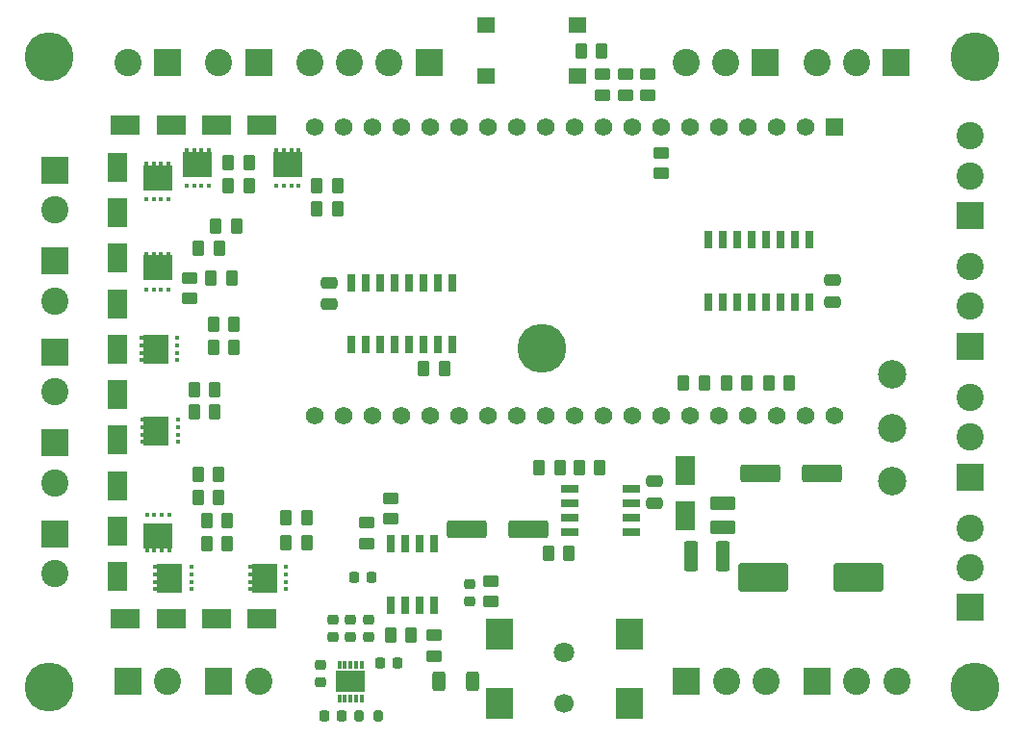
<source format=gts>
G04 #@! TF.GenerationSoftware,KiCad,Pcbnew,(6.0.2)*
G04 #@! TF.CreationDate,2023-09-26T16:39:09+02:00*
G04 #@! TF.ProjectId,PCB_Layout_MOSFET,5043425f-4c61-4796-9f75-745f4d4f5346,rev?*
G04 #@! TF.SameCoordinates,Original*
G04 #@! TF.FileFunction,Soldermask,Top*
G04 #@! TF.FilePolarity,Negative*
%FSLAX46Y46*%
G04 Gerber Fmt 4.6, Leading zero omitted, Abs format (unit mm)*
G04 Created by KiCad (PCBNEW (6.0.2)) date 2023-09-26 16:39:09*
%MOMM*%
%LPD*%
G01*
G04 APERTURE LIST*
G04 Aperture macros list*
%AMRoundRect*
0 Rectangle with rounded corners*
0 $1 Rounding radius*
0 $2 $3 $4 $5 $6 $7 $8 $9 X,Y pos of 4 corners*
0 Add a 4 corners polygon primitive as box body*
4,1,4,$2,$3,$4,$5,$6,$7,$8,$9,$2,$3,0*
0 Add four circle primitives for the rounded corners*
1,1,$1+$1,$2,$3*
1,1,$1+$1,$4,$5*
1,1,$1+$1,$6,$7*
1,1,$1+$1,$8,$9*
0 Add four rect primitives between the rounded corners*
20,1,$1+$1,$2,$3,$4,$5,0*
20,1,$1+$1,$4,$5,$6,$7,0*
20,1,$1+$1,$6,$7,$8,$9,0*
20,1,$1+$1,$8,$9,$2,$3,0*%
G04 Aperture macros list end*
%ADD10RoundRect,0.250000X-0.262500X-0.450000X0.262500X-0.450000X0.262500X0.450000X-0.262500X0.450000X0*%
%ADD11C,2.500000*%
%ADD12R,2.500000X1.800000*%
%ADD13R,2.400000X2.400000*%
%ADD14C,2.400000*%
%ADD15RoundRect,0.250000X-0.450000X0.262500X-0.450000X-0.262500X0.450000X-0.262500X0.450000X0.262500X0*%
%ADD16R,0.700000X1.550000*%
%ADD17C,4.300000*%
%ADD18RoundRect,0.250000X0.375000X1.075000X-0.375000X1.075000X-0.375000X-1.075000X0.375000X-1.075000X0*%
%ADD19RoundRect,0.225000X-0.225000X-0.250000X0.225000X-0.250000X0.225000X0.250000X-0.225000X0.250000X0*%
%ADD20R,0.400000X0.400000*%
%ADD21R,0.400000X0.300000*%
%ADD22R,2.650000X2.200000*%
%ADD23RoundRect,0.250000X-1.500000X-0.550000X1.500000X-0.550000X1.500000X0.550000X-1.500000X0.550000X0*%
%ADD24R,0.300000X0.400000*%
%ADD25R,2.200000X2.650000*%
%ADD26RoundRect,0.250000X-0.475000X0.250000X-0.475000X-0.250000X0.475000X-0.250000X0.475000X0.250000X0*%
%ADD27RoundRect,0.250000X-1.950000X-1.000000X1.950000X-1.000000X1.950000X1.000000X-1.950000X1.000000X0*%
%ADD28R,1.800000X2.500000*%
%ADD29R,0.300000X0.750000*%
%ADD30R,2.550000X1.850000*%
%ADD31RoundRect,0.250000X0.475000X-0.250000X0.475000X0.250000X-0.475000X0.250000X-0.475000X-0.250000X0*%
%ADD32R,1.560000X1.560000*%
%ADD33C,1.560000*%
%ADD34RoundRect,0.250000X-0.312500X-0.625000X0.312500X-0.625000X0.312500X0.625000X-0.312500X0.625000X0*%
%ADD35RoundRect,0.225000X0.250000X-0.225000X0.250000X0.225000X-0.250000X0.225000X-0.250000X-0.225000X0*%
%ADD36R,1.600000X1.400000*%
%ADD37C,1.800000*%
%ADD38C,1.700000*%
%ADD39R,2.400000X2.800000*%
%ADD40R,1.525000X0.650000*%
%ADD41RoundRect,0.250000X0.262500X0.450000X-0.262500X0.450000X-0.262500X-0.450000X0.262500X-0.450000X0*%
%ADD42RoundRect,0.250000X-0.850000X0.375000X-0.850000X-0.375000X0.850000X-0.375000X0.850000X0.375000X0*%
%ADD43RoundRect,0.218750X-0.256250X0.218750X-0.256250X-0.218750X0.256250X-0.218750X0.256250X0.218750X0*%
%ADD44RoundRect,0.250000X0.450000X-0.262500X0.450000X0.262500X-0.450000X0.262500X-0.450000X-0.262500X0*%
%ADD45RoundRect,0.200000X0.200000X0.275000X-0.200000X0.275000X-0.200000X-0.275000X0.200000X-0.275000X0*%
%ADD46RoundRect,0.225000X0.225000X0.250000X-0.225000X0.250000X-0.225000X-0.250000X0.225000X-0.250000X0*%
%ADD47RoundRect,0.250000X1.500000X0.550000X-1.500000X0.550000X-1.500000X-0.550000X1.500000X-0.550000X0*%
%ADD48R,0.650000X1.525000*%
%ADD49RoundRect,0.225000X-0.250000X0.225000X-0.250000X-0.225000X0.250000X-0.225000X0.250000X0.225000X0*%
G04 APERTURE END LIST*
D10*
X75287500Y-97300000D03*
X77112500Y-97300000D03*
D11*
X136650000Y-100700000D03*
X136650000Y-105400000D03*
X136650000Y-96000000D03*
D12*
X81250000Y-117500000D03*
X77250000Y-117500000D03*
D13*
X143550000Y-105000000D03*
D14*
X143550000Y-101500000D03*
X143550000Y-98000000D03*
D10*
X76387500Y-108850000D03*
X78212500Y-108850000D03*
X78287500Y-79400000D03*
X80112500Y-79400000D03*
D13*
X125550000Y-68500000D03*
D14*
X122050000Y-68500000D03*
X118550000Y-68500000D03*
D13*
X143550000Y-116500000D03*
D14*
X143550000Y-113000000D03*
X143550000Y-109500000D03*
D10*
X106437500Y-111750000D03*
X108262500Y-111750000D03*
X118337500Y-96750000D03*
X120162500Y-96750000D03*
X76987500Y-91550000D03*
X78812500Y-91550000D03*
D15*
X74900000Y-87487500D03*
X74900000Y-89312500D03*
D16*
X89105000Y-93375000D03*
X90375000Y-93375000D03*
X91645000Y-93375000D03*
X92915000Y-93375000D03*
X94185000Y-93375000D03*
X95455000Y-93375000D03*
X96725000Y-93375000D03*
X97995000Y-93375000D03*
X97995000Y-87925000D03*
X96725000Y-87925000D03*
X95455000Y-87925000D03*
X94185000Y-87925000D03*
X92915000Y-87925000D03*
X91645000Y-87925000D03*
X90375000Y-87925000D03*
X89105000Y-87925000D03*
D13*
X95950000Y-68500000D03*
D14*
X92450000Y-68500000D03*
X88950000Y-68500000D03*
X85450000Y-68500000D03*
D17*
X144000000Y-123500000D03*
D18*
X121800000Y-112000000D03*
X119000000Y-112000000D03*
D19*
X89375000Y-113850000D03*
X90925000Y-113850000D03*
D17*
X62500000Y-123500000D03*
D20*
X74625000Y-79400000D03*
X75275000Y-79400000D03*
X75925000Y-79400000D03*
X76575000Y-79400000D03*
D21*
X76575000Y-76250000D03*
X75925000Y-76250000D03*
X75275000Y-76250000D03*
X74625000Y-76250000D03*
D22*
X75600000Y-77500000D03*
D15*
X115200000Y-69587500D03*
X115200000Y-71412500D03*
D13*
X69450000Y-123000000D03*
D14*
X72950000Y-123000000D03*
D13*
X143550000Y-82000000D03*
D14*
X143550000Y-78500000D03*
X143550000Y-75000000D03*
D23*
X125100000Y-104700000D03*
X130500000Y-104700000D03*
D20*
X75020000Y-114875000D03*
X75020000Y-114225000D03*
X75020000Y-113575000D03*
X75020000Y-112925000D03*
D24*
X71870000Y-112925000D03*
X71870000Y-113575000D03*
X71870000Y-114225000D03*
X71870000Y-114875000D03*
D25*
X73120000Y-113900000D03*
D26*
X87150000Y-87925000D03*
X87150000Y-89825000D03*
D27*
X125317500Y-113850000D03*
X133717500Y-113850000D03*
D13*
X63000000Y-86000000D03*
D14*
X63000000Y-89500000D03*
D28*
X118500000Y-108450000D03*
X118500000Y-104450000D03*
D10*
X76787500Y-87487500D03*
X78612500Y-87487500D03*
D29*
X88050000Y-124500000D03*
X88550000Y-124500000D03*
X89050000Y-124500000D03*
X89550000Y-124500000D03*
X90050000Y-124500000D03*
X90050000Y-121500000D03*
X89550000Y-121500000D03*
X89050000Y-121500000D03*
X88550000Y-121500000D03*
X88050000Y-121500000D03*
D30*
X89050000Y-123000000D03*
D28*
X68500000Y-89750000D03*
X68500000Y-85750000D03*
D10*
X105637500Y-104150000D03*
X107462500Y-104150000D03*
D13*
X137050000Y-68500000D03*
D14*
X133550000Y-68500000D03*
X130050000Y-68500000D03*
D10*
X75637500Y-106800000D03*
X77462500Y-106800000D03*
D13*
X130100000Y-123000000D03*
D14*
X133600000Y-123000000D03*
X137100000Y-123000000D03*
D31*
X131400000Y-89600000D03*
X131400000Y-87700000D03*
D20*
X83375000Y-114875000D03*
X83375000Y-114225000D03*
X83375000Y-113575000D03*
X83375000Y-112925000D03*
D24*
X80225000Y-112925000D03*
X80225000Y-113575000D03*
X80225000Y-114225000D03*
X80225000Y-114875000D03*
D25*
X81475000Y-113900000D03*
D10*
X78287500Y-77350000D03*
X80112500Y-77350000D03*
D12*
X77250000Y-74000000D03*
X81250000Y-74000000D03*
D13*
X77450000Y-123000000D03*
D14*
X80950000Y-123000000D03*
D20*
X73800000Y-94725000D03*
X73800000Y-94075000D03*
X73800000Y-93425000D03*
X73800000Y-92775000D03*
D24*
X70650000Y-92775000D03*
X70650000Y-93425000D03*
X70650000Y-94075000D03*
X70650000Y-94725000D03*
D25*
X71900000Y-93750000D03*
D32*
X131610000Y-74177500D03*
D33*
X129070000Y-74177500D03*
X126530000Y-74177500D03*
X123990000Y-74177500D03*
X121450000Y-74177500D03*
X118910000Y-74177500D03*
X116370000Y-74177500D03*
X113830000Y-74177500D03*
X111290000Y-74177500D03*
X108750000Y-74177500D03*
X106210000Y-74177500D03*
X103670000Y-74177500D03*
X101130000Y-74177500D03*
X98590000Y-74177500D03*
X96050000Y-74177500D03*
X93510000Y-74177500D03*
X90970000Y-74177500D03*
X88430000Y-74177500D03*
X85890000Y-74177500D03*
X131610000Y-99577500D03*
X129070000Y-99577500D03*
X126530000Y-99577500D03*
X123990000Y-99577500D03*
X121450000Y-99577500D03*
X118910000Y-99577500D03*
X116370000Y-99577500D03*
X113830000Y-99577500D03*
X111290000Y-99577500D03*
X108750000Y-99577500D03*
X106210000Y-99577500D03*
X103670000Y-99577500D03*
X101130000Y-99577500D03*
X98590000Y-99577500D03*
X96050000Y-99577500D03*
X93510000Y-99577500D03*
X90970000Y-99577500D03*
X88430000Y-99577500D03*
X85890000Y-99577500D03*
D34*
X96837500Y-123000000D03*
X96837500Y-123000000D03*
X99762500Y-123000000D03*
X99762500Y-123000000D03*
D35*
X89050000Y-119085000D03*
X89050000Y-117535000D03*
D20*
X73075000Y-108325000D03*
X72425000Y-108325000D03*
X71775000Y-108325000D03*
X71125000Y-108325000D03*
D21*
X71125000Y-111475000D03*
X71775000Y-111475000D03*
X72425000Y-111475000D03*
X73075000Y-111475000D03*
D22*
X72100000Y-110225000D03*
D35*
X87497500Y-119085000D03*
X87497500Y-117535000D03*
D36*
X109000000Y-69750000D03*
X101000000Y-69750000D03*
X109000000Y-65250000D03*
X101000000Y-65250000D03*
D20*
X71075000Y-80570000D03*
X71725000Y-80570000D03*
X72375000Y-80570000D03*
X73025000Y-80570000D03*
D21*
X73025000Y-77420000D03*
X72375000Y-77420000D03*
X71725000Y-77420000D03*
X71075000Y-77420000D03*
D22*
X72050000Y-78670000D03*
D10*
X75687500Y-84900000D03*
X77512500Y-84900000D03*
D20*
X82525000Y-79400000D03*
X83175000Y-79400000D03*
X83825000Y-79400000D03*
X84475000Y-79400000D03*
D21*
X84475000Y-76250000D03*
X83825000Y-76250000D03*
X83175000Y-76250000D03*
X82525000Y-76250000D03*
D22*
X83500000Y-77500000D03*
D10*
X83375000Y-108600000D03*
X85200000Y-108600000D03*
D31*
X115750000Y-107300000D03*
X115750000Y-105400000D03*
D20*
X73855000Y-101925000D03*
X73855000Y-101275000D03*
X73855000Y-100625000D03*
X73855000Y-99975000D03*
D24*
X70705000Y-99975000D03*
X70705000Y-100625000D03*
X70705000Y-101275000D03*
X70705000Y-101925000D03*
D25*
X71955000Y-100950000D03*
D35*
X90597500Y-119085000D03*
X90597500Y-117535000D03*
D10*
X75287500Y-99300000D03*
X77112500Y-99300000D03*
X76387500Y-110850000D03*
X78212500Y-110850000D03*
D16*
X129445000Y-84152500D03*
X128175000Y-84152500D03*
X126905000Y-84152500D03*
X125635000Y-84152500D03*
X124365000Y-84152500D03*
X123095000Y-84152500D03*
X121825000Y-84152500D03*
X120555000Y-84152500D03*
X120555000Y-89602500D03*
X121825000Y-89602500D03*
X123095000Y-89602500D03*
X124365000Y-89602500D03*
X125635000Y-89602500D03*
X126905000Y-89602500D03*
X128175000Y-89602500D03*
X129445000Y-89602500D03*
D12*
X73250000Y-117500000D03*
X69250000Y-117500000D03*
D13*
X63000000Y-110000000D03*
D14*
X63000000Y-113500000D03*
D10*
X76987500Y-93600000D03*
X78812500Y-93600000D03*
D37*
X107857500Y-120400000D03*
D38*
X107857500Y-124900000D03*
D39*
X102157500Y-118800000D03*
X102157500Y-124900000D03*
X113557500Y-124900000D03*
X113557500Y-118800000D03*
D13*
X63000000Y-78000000D03*
D14*
X63000000Y-81500000D03*
D40*
X113712000Y-109855000D03*
X113712000Y-108585000D03*
X113712000Y-107315000D03*
X113712000Y-106045000D03*
X108288000Y-106045000D03*
X108288000Y-107315000D03*
X108288000Y-108585000D03*
X108288000Y-109855000D03*
D41*
X97312500Y-95500000D03*
X95487500Y-95500000D03*
D17*
X105850000Y-93650000D03*
D42*
X121800000Y-107325000D03*
X121800000Y-109475000D03*
D10*
X86087500Y-79400000D03*
X87912500Y-79400000D03*
D43*
X99500000Y-114387500D03*
X99500000Y-115962500D03*
D10*
X109337500Y-67500000D03*
X111162500Y-67500000D03*
D44*
X116350000Y-78312500D03*
X116350000Y-76487500D03*
D13*
X118600000Y-123000000D03*
D14*
X122100000Y-123000000D03*
X125600000Y-123000000D03*
D10*
X122087500Y-96750000D03*
X123912500Y-96750000D03*
D13*
X143550000Y-93500000D03*
D14*
X143550000Y-90000000D03*
X143550000Y-86500000D03*
D10*
X109137500Y-104150000D03*
X110962500Y-104150000D03*
D15*
X113200000Y-69587500D03*
X113200000Y-71412500D03*
D10*
X75637500Y-104750000D03*
X77462500Y-104750000D03*
D13*
X63000000Y-94000000D03*
D14*
X63000000Y-97500000D03*
D10*
X92545000Y-118950000D03*
X94370000Y-118950000D03*
D45*
X91472500Y-126035000D03*
X89822500Y-126035000D03*
D10*
X77187500Y-82900000D03*
X79012500Y-82900000D03*
D20*
X71075000Y-88500000D03*
X71725000Y-88500000D03*
X72375000Y-88500000D03*
X73025000Y-88500000D03*
D21*
X73025000Y-85350000D03*
X72375000Y-85350000D03*
X71725000Y-85350000D03*
X71075000Y-85350000D03*
D22*
X72050000Y-86600000D03*
D46*
X88272500Y-126035000D03*
X86722500Y-126035000D03*
D15*
X111200000Y-69587500D03*
X111200000Y-71412500D03*
D28*
X68500000Y-105750000D03*
X68500000Y-101750000D03*
D13*
X72950000Y-68500000D03*
D14*
X69450000Y-68500000D03*
D17*
X144000000Y-68000000D03*
D44*
X90450000Y-110862500D03*
X90450000Y-109037500D03*
X101400000Y-115962500D03*
X101400000Y-114137500D03*
D47*
X104650000Y-109600000D03*
X99250000Y-109600000D03*
D17*
X62500000Y-68000000D03*
D19*
X91625000Y-121350000D03*
X93175000Y-121350000D03*
D41*
X127662500Y-96750000D03*
X125837500Y-96750000D03*
D15*
X96350000Y-118950000D03*
X96350000Y-120775000D03*
X92550000Y-106887500D03*
X92550000Y-108712500D03*
D13*
X80950000Y-68500000D03*
D14*
X77450000Y-68500000D03*
D12*
X69250000Y-74000000D03*
X73250000Y-74000000D03*
D13*
X63000000Y-102000000D03*
D14*
X63000000Y-105500000D03*
D28*
X68500000Y-81750000D03*
X68500000Y-77750000D03*
D10*
X86087500Y-81400000D03*
X87912500Y-81400000D03*
D48*
X92545000Y-116312000D03*
X93815000Y-116312000D03*
X95085000Y-116312000D03*
X96355000Y-116312000D03*
X96355000Y-110888000D03*
X95085000Y-110888000D03*
X93815000Y-110888000D03*
X92545000Y-110888000D03*
D28*
X68500000Y-113750000D03*
X68500000Y-109750000D03*
D49*
X86400000Y-121500000D03*
X86400000Y-123050000D03*
D28*
X68500000Y-97750000D03*
X68500000Y-93750000D03*
D10*
X83375000Y-110800000D03*
X85200000Y-110800000D03*
M02*

</source>
